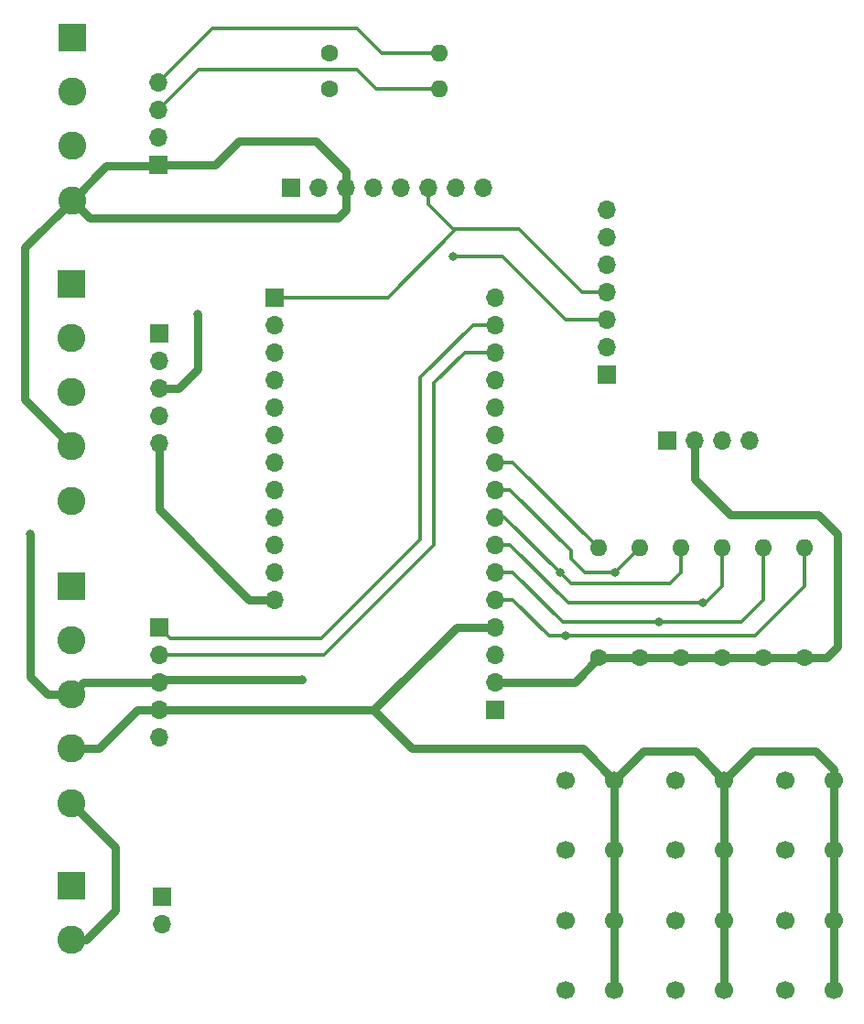
<source format=gbr>
%TF.GenerationSoftware,KiCad,Pcbnew,5.1.6-c6e7f7d~87~ubuntu18.04.1*%
%TF.CreationDate,2020-11-17T20:25:25-05:00*%
%TF.ProjectId,remote,72656d6f-7465-42e6-9b69-6361645f7063,rev?*%
%TF.SameCoordinates,Original*%
%TF.FileFunction,Copper,L1,Top*%
%TF.FilePolarity,Positive*%
%FSLAX46Y46*%
G04 Gerber Fmt 4.6, Leading zero omitted, Abs format (unit mm)*
G04 Created by KiCad (PCBNEW 5.1.6-c6e7f7d~87~ubuntu18.04.1) date 2020-11-17 20:25:25*
%MOMM*%
%LPD*%
G01*
G04 APERTURE LIST*
%TA.AperFunction,ComponentPad*%
%ADD10O,1.600000X1.600000*%
%TD*%
%TA.AperFunction,ComponentPad*%
%ADD11C,1.600000*%
%TD*%
%TA.AperFunction,ComponentPad*%
%ADD12O,1.700000X1.700000*%
%TD*%
%TA.AperFunction,ComponentPad*%
%ADD13R,1.700000X1.700000*%
%TD*%
%TA.AperFunction,ComponentPad*%
%ADD14C,1.700000*%
%TD*%
%TA.AperFunction,ComponentPad*%
%ADD15C,2.600000*%
%TD*%
%TA.AperFunction,ComponentPad*%
%ADD16R,2.600000X2.600000*%
%TD*%
%TA.AperFunction,ViaPad*%
%ADD17C,0.800000*%
%TD*%
%TA.AperFunction,Conductor*%
%ADD18C,0.800000*%
%TD*%
%TA.AperFunction,Conductor*%
%ADD19C,0.304800*%
%TD*%
G04 APERTURE END LIST*
D10*
%TO.P,RS3,2*%
%TO.N,A3*%
X138684000Y-118364000D03*
D11*
%TO.P,RS3,1*%
%TO.N,+3V3*%
X138684000Y-128524000D03*
%TD*%
D12*
%TO.P,J5,2*%
%TO.N,VBAT*%
X90678000Y-153162000D03*
D13*
%TO.P,J5,1*%
%TO.N,GND*%
X90678000Y-150622000D03*
%TD*%
D14*
%TO.P,SW0,1*%
%TO.N,A0*%
X128016000Y-146304000D03*
%TO.P,SW0,2*%
X128016000Y-139804000D03*
%TO.P,SW0,3*%
%TO.N,GND*%
X132516000Y-146304000D03*
%TO.P,SW0,4*%
X132516000Y-139804000D03*
%TD*%
%TO.P,SW1,1*%
%TO.N,A1*%
X138176000Y-146304000D03*
%TO.P,SW1,2*%
X138176000Y-139804000D03*
%TO.P,SW1,3*%
%TO.N,GND*%
X142676000Y-146304000D03*
%TO.P,SW1,4*%
X142676000Y-139804000D03*
%TD*%
%TO.P,SW3,1*%
%TO.N,A3*%
X128016000Y-159258000D03*
%TO.P,SW3,2*%
X128016000Y-152758000D03*
%TO.P,SW3,3*%
%TO.N,GND*%
X132516000Y-159258000D03*
%TO.P,SW3,4*%
X132516000Y-152758000D03*
%TD*%
%TO.P,SW2,1*%
%TO.N,A2*%
X148336000Y-146304000D03*
%TO.P,SW2,2*%
X148336000Y-139804000D03*
%TO.P,SW2,3*%
%TO.N,GND*%
X152836000Y-146304000D03*
%TO.P,SW2,4*%
X152836000Y-139804000D03*
%TD*%
%TO.P,SW5,1*%
%TO.N,A5*%
X148336000Y-159258000D03*
%TO.P,SW5,2*%
X148336000Y-152758000D03*
%TO.P,SW5,3*%
%TO.N,GND*%
X152836000Y-159258000D03*
%TO.P,SW5,4*%
X152836000Y-152758000D03*
%TD*%
%TO.P,SW4,1*%
%TO.N,A4*%
X138176000Y-159258000D03*
%TO.P,SW4,2*%
X138176000Y-152758000D03*
%TO.P,SW4,3*%
%TO.N,GND*%
X142676000Y-159258000D03*
%TO.P,SW4,4*%
X142676000Y-152758000D03*
%TD*%
D10*
%TO.P,RS0,2*%
%TO.N,A0*%
X150114000Y-118364000D03*
D11*
%TO.P,RS0,1*%
%TO.N,+3V3*%
X150114000Y-128524000D03*
%TD*%
D10*
%TO.P,RS1,2*%
%TO.N,A1*%
X146304000Y-118364000D03*
D11*
%TO.P,RS1,1*%
%TO.N,+3V3*%
X146304000Y-128524000D03*
%TD*%
D10*
%TO.P,RS2,2*%
%TO.N,A2*%
X142494000Y-118364000D03*
D11*
%TO.P,RS2,1*%
%TO.N,+3V3*%
X142494000Y-128524000D03*
%TD*%
D10*
%TO.P,RS5,2*%
%TO.N,A5*%
X131064000Y-118364000D03*
D11*
%TO.P,RS5,1*%
%TO.N,+3V3*%
X131064000Y-128524000D03*
%TD*%
D10*
%TO.P,RS4,2*%
%TO.N,A4*%
X134874000Y-118364000D03*
D11*
%TO.P,RS4,1*%
%TO.N,+3V3*%
X134874000Y-128524000D03*
%TD*%
D15*
%TO.P,J3,5*%
%TO.N,VBAT*%
X82296000Y-141920000D03*
%TO.P,J3,4*%
%TO.N,GND*%
X82296000Y-136920000D03*
%TO.P,J3,3*%
%TO.N,+3V3*%
X82296000Y-131920000D03*
%TO.P,J3,2*%
%TO.N,RX0*%
X82296000Y-126920000D03*
D16*
%TO.P,J3,1*%
%TO.N,TX1*%
X82296000Y-121920000D03*
%TD*%
D15*
%TO.P,J4,4*%
%TO.N,GND*%
X82321000Y-86209000D03*
%TO.P,J4,3*%
%TO.N,+3V3*%
X82321000Y-81209000D03*
%TO.P,J4,2*%
%TO.N,SCL*%
X82321000Y-76209000D03*
D16*
%TO.P,J4,1*%
%TO.N,SDA*%
X82321000Y-71209000D03*
%TD*%
D15*
%TO.P,J1,5*%
%TO.N,VBAT*%
X82296000Y-113980000D03*
%TO.P,J1,4*%
%TO.N,GND*%
X82296000Y-108980000D03*
%TO.P,J1,3*%
%TO.N,+3V3*%
X82296000Y-103980000D03*
%TO.P,J1,2*%
%TO.N,D11*%
X82296000Y-98980000D03*
D16*
%TO.P,J1,1*%
%TO.N,D10*%
X82296000Y-93980000D03*
%TD*%
D12*
%TO.P,J12,5*%
%TO.N,VBAT*%
X90424000Y-135890000D03*
%TO.P,J12,4*%
%TO.N,GND*%
X90424000Y-133350000D03*
%TO.P,J12,3*%
%TO.N,+3V3*%
X90424000Y-130810000D03*
%TO.P,J12,2*%
%TO.N,RX0*%
X90424000Y-128270000D03*
D13*
%TO.P,J12,1*%
%TO.N,TX1*%
X90424000Y-125730000D03*
%TD*%
D12*
%TO.P,J11,8*%
%TO.N,N/C*%
X120396000Y-85090000D03*
%TO.P,J11,7*%
X117856000Y-85090000D03*
%TO.P,J11,6*%
%TO.N,SDA*%
X115316000Y-85090000D03*
%TO.P,J11,5*%
%TO.N,N/C*%
X112776000Y-85090000D03*
%TO.P,J11,4*%
%TO.N,SCL*%
X110236000Y-85090000D03*
%TO.P,J11,3*%
%TO.N,GND*%
X107696000Y-85090000D03*
%TO.P,J11,2*%
%TO.N,N/C*%
X105156000Y-85090000D03*
D13*
%TO.P,J11,1*%
%TO.N,+3V3*%
X102616000Y-85090000D03*
%TD*%
D12*
%TO.P,J9,7*%
%TO.N,N/C*%
X131826000Y-87122000D03*
%TO.P,J9,6*%
X131826000Y-89662000D03*
%TO.P,J9,5*%
X131826000Y-92202000D03*
%TO.P,J9,4*%
%TO.N,SDA*%
X131826000Y-94742000D03*
%TO.P,J9,3*%
%TO.N,SCL*%
X131826000Y-97282000D03*
%TO.P,J9,2*%
%TO.N,GND*%
X131826000Y-99822000D03*
D13*
%TO.P,J9,1*%
%TO.N,+3V3*%
X131826000Y-102362000D03*
%TD*%
D12*
%TO.P,J2,5*%
%TO.N,VBAT*%
X90424000Y-108712000D03*
%TO.P,J2,4*%
%TO.N,GND*%
X90424000Y-106172000D03*
%TO.P,J2,3*%
%TO.N,+3V3*%
X90424000Y-103632000D03*
%TO.P,J2,2*%
%TO.N,D11*%
X90424000Y-101092000D03*
D13*
%TO.P,J2,1*%
%TO.N,D10*%
X90424000Y-98552000D03*
%TD*%
D12*
%TO.P,J10,4*%
%TO.N,SDA*%
X90350000Y-75347000D03*
%TO.P,J10,3*%
%TO.N,SCL*%
X90350000Y-77887000D03*
%TO.P,J10,2*%
%TO.N,+3V3*%
X90350000Y-80427000D03*
D13*
%TO.P,J10,1*%
%TO.N,GND*%
X90350000Y-82967000D03*
%TD*%
D11*
%TO.P,R3,1*%
%TO.N,+3V3*%
X106172000Y-72644000D03*
D10*
%TO.P,R3,2*%
%TO.N,SDA*%
X116332000Y-72644000D03*
%TD*%
D11*
%TO.P,R2,1*%
%TO.N,+3V3*%
X106172000Y-75946000D03*
D10*
%TO.P,R2,2*%
%TO.N,SCL*%
X116332000Y-75946000D03*
%TD*%
D15*
%TO.P,J8,2*%
%TO.N,VBAT*%
X82296000Y-154606000D03*
D16*
%TO.P,J8,1*%
%TO.N,GND*%
X82296000Y-149606000D03*
%TD*%
D13*
%TO.P,J7,1*%
%TO.N,N/C*%
X121506000Y-133290000D03*
D12*
%TO.P,J7,2*%
%TO.N,+3V3*%
X121506000Y-130750000D03*
%TO.P,J7,3*%
%TO.N,N/C*%
X121506000Y-128210000D03*
%TO.P,J7,4*%
%TO.N,GND*%
X121506000Y-125670000D03*
%TO.P,J7,5*%
%TO.N,A0*%
X121506000Y-123130000D03*
%TO.P,J7,6*%
%TO.N,A1*%
X121506000Y-120590000D03*
%TO.P,J7,7*%
%TO.N,A2*%
X121506000Y-118050000D03*
%TO.P,J7,8*%
%TO.N,A3*%
X121506000Y-115510000D03*
%TO.P,J7,9*%
%TO.N,A4*%
X121506000Y-112970000D03*
%TO.P,J7,10*%
%TO.N,A5*%
X121506000Y-110430000D03*
%TO.P,J7,11*%
%TO.N,N/C*%
X121506000Y-107890000D03*
%TO.P,J7,12*%
X121506000Y-105350000D03*
%TO.P,J7,13*%
X121506000Y-102810000D03*
%TO.P,J7,14*%
%TO.N,RX0*%
X121506000Y-100270000D03*
%TO.P,J7,15*%
%TO.N,TX1*%
X121506000Y-97730000D03*
%TO.P,J7,16*%
%TO.N,N/C*%
X121506000Y-95190000D03*
%TD*%
%TO.P,J6,12*%
%TO.N,VBAT*%
X101106000Y-123130000D03*
%TO.P,J6,11*%
%TO.N,N/C*%
X101106000Y-120590000D03*
%TO.P,J6,10*%
X101106000Y-118050000D03*
%TO.P,J6,9*%
X101106000Y-115510000D03*
%TO.P,J6,8*%
X101106000Y-112970000D03*
%TO.P,J6,7*%
%TO.N,D11*%
X101106000Y-110430000D03*
%TO.P,J6,6*%
%TO.N,D10*%
X101106000Y-107890000D03*
%TO.P,J6,5*%
%TO.N,N/C*%
X101106000Y-105350000D03*
%TO.P,J6,4*%
X101106000Y-102810000D03*
%TO.P,J6,3*%
X101106000Y-100270000D03*
%TO.P,J6,2*%
%TO.N,SCL*%
X101106000Y-97730000D03*
D13*
%TO.P,J6,1*%
%TO.N,SDA*%
X101106000Y-95190000D03*
%TD*%
D12*
%TO.P,J13,4*%
%TO.N,SDA*%
X145034000Y-108458000D03*
%TO.P,J13,3*%
%TO.N,SCL*%
X142494000Y-108458000D03*
%TO.P,J13,2*%
%TO.N,+3V3*%
X139954000Y-108458000D03*
D13*
%TO.P,J13,1*%
%TO.N,GND*%
X137414000Y-108458000D03*
%TD*%
D17*
%TO.N,+3V3*%
X78486000Y-117094000D03*
X93980000Y-96774000D03*
X103632000Y-130556000D03*
%TO.N,SCL*%
X117602000Y-91440000D03*
%TO.N,A0*%
X128016000Y-126492000D03*
%TO.N,A1*%
X136652000Y-125222000D03*
%TO.N,A2*%
X140716000Y-123444000D03*
%TO.N,A3*%
X127508000Y-120650000D03*
%TO.N,A4*%
X132588000Y-120650000D03*
%TD*%
D18*
%TO.N,+3V3*%
X82296000Y-131920000D02*
X80104000Y-131920000D01*
X80104000Y-131920000D02*
X78486000Y-130302000D01*
X78486000Y-130302000D02*
X78486000Y-117094000D01*
X93980000Y-96774000D02*
X93980000Y-101854000D01*
X92202000Y-103632000D02*
X90424000Y-103632000D01*
X93980000Y-101854000D02*
X92202000Y-103632000D01*
X90678000Y-130556000D02*
X90424000Y-130810000D01*
X103632000Y-130556000D02*
X90678000Y-130556000D01*
X83406000Y-130810000D02*
X82296000Y-131920000D01*
X90424000Y-130810000D02*
X83406000Y-130810000D01*
X150114000Y-128524000D02*
X146304000Y-128524000D01*
X146304000Y-128524000D02*
X142494000Y-128524000D01*
X142494000Y-128524000D02*
X138684000Y-128524000D01*
X138684000Y-128524000D02*
X134874000Y-128524000D01*
X134874000Y-128524000D02*
X131064000Y-128524000D01*
X128838000Y-130750000D02*
X131064000Y-128524000D01*
X121506000Y-130750000D02*
X128838000Y-130750000D01*
X139954000Y-108458000D02*
X139954000Y-112014000D01*
X139954000Y-112014000D02*
X143256000Y-115316000D01*
X143256000Y-115316000D02*
X151384000Y-115316000D01*
X151384000Y-115316000D02*
X153162000Y-117094000D01*
X153162000Y-117094000D02*
X153162000Y-127508000D01*
X152146000Y-128524000D02*
X150114000Y-128524000D01*
X153162000Y-127508000D02*
X152146000Y-128524000D01*
%TO.N,GND*%
X82296000Y-136920000D02*
X84822000Y-136920000D01*
X88392000Y-133350000D02*
X90424000Y-133350000D01*
X84822000Y-136920000D02*
X88392000Y-133350000D01*
X90424000Y-133350000D02*
X110236000Y-133350000D01*
X117916000Y-125670000D02*
X121506000Y-125670000D01*
X110236000Y-133350000D02*
X117916000Y-125670000D01*
X107696000Y-85090000D02*
X107696000Y-87122000D01*
X107696000Y-87122000D02*
X106934000Y-87884000D01*
X83996000Y-87884000D02*
X82321000Y-86209000D01*
X106934000Y-87884000D02*
X83996000Y-87884000D01*
X82296000Y-108980000D02*
X77978000Y-104662000D01*
X77978000Y-90552000D02*
X82321000Y-86209000D01*
X77978000Y-104662000D02*
X77978000Y-90552000D01*
X82321000Y-86209000D02*
X85472000Y-83058000D01*
X90259000Y-83058000D02*
X90350000Y-82967000D01*
X85472000Y-83058000D02*
X90259000Y-83058000D01*
X90350000Y-82967000D02*
X95595000Y-82967000D01*
X95595000Y-82967000D02*
X97790000Y-80772000D01*
X97790000Y-80772000D02*
X104902000Y-80772000D01*
X107696000Y-83566000D02*
X107696000Y-85090000D01*
X104902000Y-80772000D02*
X107696000Y-83566000D01*
X132516000Y-139804000D02*
X129618000Y-136906000D01*
X113792000Y-136906000D02*
X110236000Y-133350000D01*
X129618000Y-136906000D02*
X113792000Y-136906000D01*
X132516000Y-139804000D02*
X135160000Y-137160000D01*
X140032000Y-137160000D02*
X142676000Y-139804000D01*
X135160000Y-137160000D02*
X140032000Y-137160000D01*
X142676000Y-139804000D02*
X145320000Y-137160000D01*
X145320000Y-137160000D02*
X151130000Y-137160000D01*
X152836000Y-138866000D02*
X152836000Y-139804000D01*
X151130000Y-137160000D02*
X152836000Y-138866000D01*
X132516000Y-139804000D02*
X132516000Y-146304000D01*
X132516000Y-146304000D02*
X132516000Y-152758000D01*
X132516000Y-152758000D02*
X132516000Y-159258000D01*
X142676000Y-159258000D02*
X142676000Y-152758000D01*
X142676000Y-152758000D02*
X142676000Y-146304000D01*
X142676000Y-146304000D02*
X142676000Y-139804000D01*
X152836000Y-139804000D02*
X152836000Y-146304000D01*
X152836000Y-146304000D02*
X152836000Y-152758000D01*
X152836000Y-159258000D02*
X152836000Y-152758000D01*
D19*
%TO.N,SDA*%
X115316000Y-86614000D02*
X115316000Y-85090000D01*
X117602000Y-88900000D02*
X115316000Y-86614000D01*
X111566000Y-95190000D02*
X117856000Y-88900000D01*
X101106000Y-95190000D02*
X111566000Y-95190000D01*
X117856000Y-88900000D02*
X117602000Y-88900000D01*
X116332000Y-72644000D02*
X110998000Y-72644000D01*
X110998000Y-72644000D02*
X108712000Y-70358000D01*
X95339000Y-70358000D02*
X90350000Y-75347000D01*
X108712000Y-70358000D02*
X95339000Y-70358000D01*
X129540000Y-94742000D02*
X131826000Y-94742000D01*
X117856000Y-88900000D02*
X123698000Y-88900000D01*
X123698000Y-88900000D02*
X129540000Y-94742000D01*
%TO.N,SCL*%
X121158000Y-91440000D02*
X117602000Y-91440000D01*
X116332000Y-75946000D02*
X110490000Y-75946000D01*
X110490000Y-75946000D02*
X108712000Y-74168000D01*
X94069000Y-74168000D02*
X90350000Y-77887000D01*
X108712000Y-74168000D02*
X94069000Y-74168000D01*
X131826000Y-97282000D02*
X128016000Y-97282000D01*
X122174000Y-91440000D02*
X121158000Y-91440000D01*
X128016000Y-97282000D02*
X122174000Y-91440000D01*
D18*
%TO.N,VBAT*%
X101106000Y-123130000D02*
X98746000Y-123130000D01*
X90424000Y-114808000D02*
X90424000Y-108712000D01*
X98746000Y-123130000D02*
X90424000Y-114808000D01*
X82296000Y-141920000D02*
X86360000Y-145984000D01*
X86360000Y-145984000D02*
X86360000Y-151892000D01*
X83646000Y-154606000D02*
X82296000Y-154606000D01*
X86360000Y-151892000D02*
X83646000Y-154606000D01*
D19*
%TO.N,RX0*%
X90424000Y-128270000D02*
X105664000Y-128270000D01*
X105664000Y-128270000D02*
X115824000Y-118110000D01*
X115824000Y-118110000D02*
X115824000Y-103124000D01*
X118678000Y-100270000D02*
X121506000Y-100270000D01*
X115824000Y-103124000D02*
X118678000Y-100270000D01*
%TO.N,TX1*%
X121506000Y-97730000D02*
X119440000Y-97730000D01*
X119440000Y-97730000D02*
X114554000Y-102616000D01*
X114554000Y-102616000D02*
X114554000Y-117602000D01*
X114554000Y-117602000D02*
X105410000Y-126746000D01*
X91440000Y-126746000D02*
X90424000Y-125730000D01*
X105410000Y-126746000D02*
X91440000Y-126746000D01*
%TO.N,A0*%
X123130000Y-123130000D02*
X121506000Y-123130000D01*
X126492000Y-126492000D02*
X123130000Y-123130000D01*
X150114000Y-118872000D02*
X150114000Y-121920000D01*
X150114000Y-121920000D02*
X145542000Y-126492000D01*
X145542000Y-126492000D02*
X128016000Y-126492000D01*
X128016000Y-126492000D02*
X126492000Y-126492000D01*
%TO.N,A1*%
X146304000Y-121158000D02*
X146304000Y-118872000D01*
X144272000Y-125222000D02*
X146304000Y-123190000D01*
X121506000Y-120590000D02*
X123130000Y-120590000D01*
X146304000Y-123190000D02*
X146304000Y-121158000D01*
X123130000Y-120590000D02*
X127762000Y-125222000D01*
X127762000Y-125222000D02*
X136652000Y-125222000D01*
X136652000Y-125222000D02*
X144272000Y-125222000D01*
%TO.N,A2*%
X122876000Y-118050000D02*
X122368000Y-118050000D01*
X122368000Y-118050000D02*
X121506000Y-118050000D01*
X142494000Y-118872000D02*
X142494000Y-121920000D01*
X142494000Y-121920000D02*
X140970000Y-123444000D01*
X140970000Y-123444000D02*
X128270000Y-123444000D01*
X128270000Y-123444000D02*
X122876000Y-118050000D01*
%TO.N,A3*%
X138684000Y-119888000D02*
X138684000Y-120650000D01*
X138684000Y-119888000D02*
X138684000Y-118872000D01*
X121506000Y-115510000D02*
X122368000Y-115510000D01*
X137668000Y-121666000D02*
X138684000Y-120650000D01*
X128524000Y-121666000D02*
X137668000Y-121666000D01*
X122368000Y-115510000D02*
X127508000Y-120650000D01*
X127508000Y-120650000D02*
X128524000Y-121666000D01*
%TO.N,A4*%
X134874000Y-118364000D02*
X132588000Y-120650000D01*
X121506000Y-112970000D02*
X122876000Y-112970000D01*
X122876000Y-112970000D02*
X128524000Y-118618000D01*
X128524000Y-118618000D02*
X128524000Y-119380000D01*
X129794000Y-120650000D02*
X132588000Y-120650000D01*
X128524000Y-119380000D02*
X129794000Y-120650000D01*
%TO.N,A5*%
X121506000Y-110430000D02*
X123130000Y-110430000D01*
X123130000Y-110430000D02*
X131064000Y-118364000D01*
%TD*%
M02*

</source>
